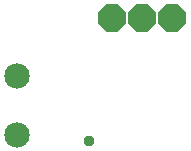
<source format=gbs>
G04 EAGLE Gerber X2 export*
%TF.Part,Single*%
%TF.FileFunction,Soldermask,Bot,1*%
%TF.FilePolarity,Negative*%
%TF.GenerationSoftware,Autodesk,EAGLE,9.0.0*%
%TF.CreationDate,2018-04-29T22:15:43Z*%
G75*
%MOMM*%
%FSLAX34Y34*%
%LPD*%
%AMOC8*
5,1,8,0,0,1.08239X$1,22.5*%
G01*
%ADD10C,2.153200*%
%ADD11P,2.556822X8X22.500000*%
%ADD12C,0.959600*%


D10*
X99000Y126600D03*
X99000Y76600D03*
D11*
X179070Y175260D03*
X204470Y175260D03*
X229870Y175260D03*
D12*
X160020Y71120D03*
M02*

</source>
